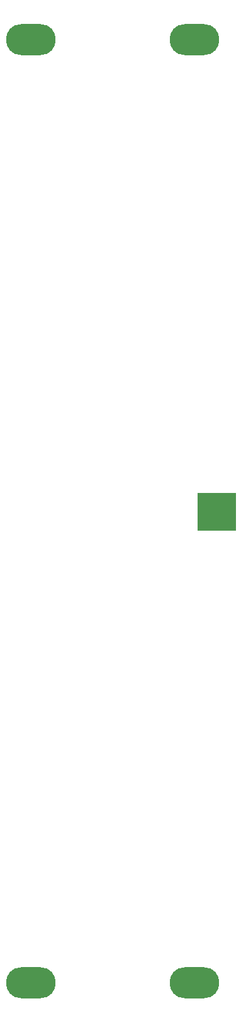
<source format=gts>
G04 #@! TF.GenerationSoftware,KiCad,Pcbnew,(5.1.9)-1*
G04 #@! TF.CreationDate,2021-10-01T14:03:17+02:00*
G04 #@! TF.ProjectId,MS20-VCF,4d533230-2d56-4434-962e-6b696361645f,rev?*
G04 #@! TF.SameCoordinates,Original*
G04 #@! TF.FileFunction,Soldermask,Top*
G04 #@! TF.FilePolarity,Negative*
%FSLAX46Y46*%
G04 Gerber Fmt 4.6, Leading zero omitted, Abs format (unit mm)*
G04 Created by KiCad (PCBNEW (5.1.9)-1) date 2021-10-01 14:03:17*
%MOMM*%
%LPD*%
G01*
G04 APERTURE LIST*
%ADD10C,0.100000*%
%ADD11O,6.700000X4.200000*%
G04 APERTURE END LIST*
D10*
G36*
X154000000Y-94000000D02*
G01*
X149000000Y-94000000D01*
X149000000Y-89000000D01*
X154000000Y-89000000D01*
X154000000Y-94000000D01*
G37*
X154000000Y-94000000D02*
X149000000Y-94000000D01*
X149000000Y-89000000D01*
X154000000Y-89000000D01*
X154000000Y-94000000D01*
D11*
X148500000Y-155000000D03*
X126500000Y-155000000D03*
X148500000Y-28000000D03*
X126500000Y-28000000D03*
M02*

</source>
